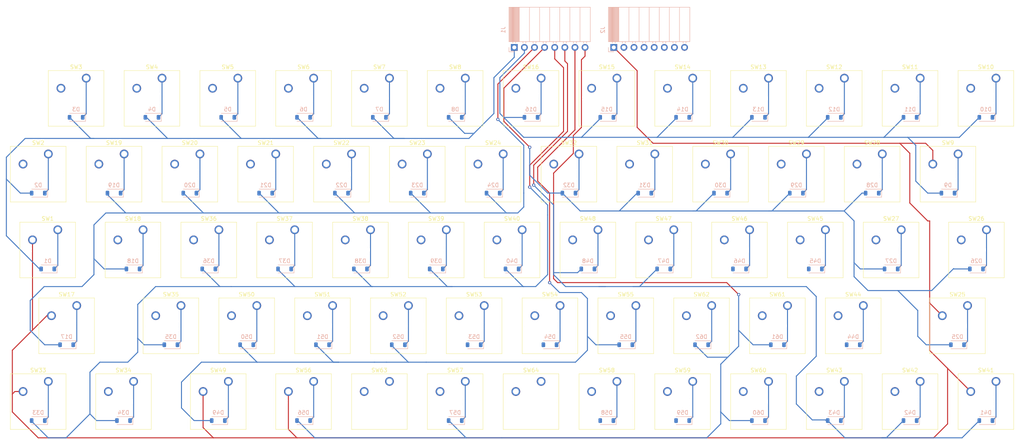
<source format=kicad_pcb>
(kicad_pcb (version 20221018) (generator pcbnew)

  (general
    (thickness 1.6)
  )

  (paper "A3")
  (layers
    (0 "F.Cu" signal)
    (31 "B.Cu" signal)
    (32 "B.Adhes" user "B.Adhesive")
    (33 "F.Adhes" user "F.Adhesive")
    (34 "B.Paste" user)
    (35 "F.Paste" user)
    (36 "B.SilkS" user "B.Silkscreen")
    (37 "F.SilkS" user "F.Silkscreen")
    (38 "B.Mask" user)
    (39 "F.Mask" user)
    (40 "Dwgs.User" user "User.Drawings")
    (41 "Cmts.User" user "User.Comments")
    (42 "Eco1.User" user "User.Eco1")
    (43 "Eco2.User" user "User.Eco2")
    (44 "Edge.Cuts" user)
    (45 "Margin" user)
    (46 "B.CrtYd" user "B.Courtyard")
    (47 "F.CrtYd" user "F.Courtyard")
    (48 "B.Fab" user)
    (49 "F.Fab" user)
    (50 "User.1" user)
    (51 "User.2" user)
    (52 "User.3" user)
    (53 "User.4" user)
    (54 "User.5" user)
    (55 "User.6" user)
    (56 "User.7" user)
    (57 "User.8" user)
    (58 "User.9" user)
  )

  (setup
    (pad_to_mask_clearance 0)
    (pcbplotparams
      (layerselection 0x00010fc_ffffffff)
      (plot_on_all_layers_selection 0x0000000_00000000)
      (disableapertmacros false)
      (usegerberextensions false)
      (usegerberattributes true)
      (usegerberadvancedattributes true)
      (creategerberjobfile true)
      (dashed_line_dash_ratio 12.000000)
      (dashed_line_gap_ratio 3.000000)
      (svgprecision 4)
      (plotframeref false)
      (viasonmask false)
      (mode 1)
      (useauxorigin false)
      (hpglpennumber 1)
      (hpglpenspeed 20)
      (hpglpendiameter 15.000000)
      (dxfpolygonmode true)
      (dxfimperialunits true)
      (dxfusepcbnewfont true)
      (psnegative false)
      (psa4output false)
      (plotreference true)
      (plotvalue true)
      (plotinvisibletext false)
      (sketchpadsonfab false)
      (subtractmaskfromsilk false)
      (outputformat 1)
      (mirror false)
      (drillshape 1)
      (scaleselection 1)
      (outputdirectory "")
    )
  )

  (net 0 "")
  (net 1 "Net-(D1-K)")
  (net 2 "Net-(D1-A)")
  (net 3 "Net-(D2-K)")
  (net 4 "Net-(D3-K)")
  (net 5 "Net-(D4-K)")
  (net 6 "Net-(D5-K)")
  (net 7 "Net-(D6-K)")
  (net 8 "Net-(D7-K)")
  (net 9 "Net-(D8-K)")
  (net 10 "Net-(D9-K)")
  (net 11 "Net-(D10-A)")
  (net 12 "Net-(D10-K)")
  (net 13 "Net-(D11-K)")
  (net 14 "Net-(D12-K)")
  (net 15 "Net-(D13-K)")
  (net 16 "Net-(D14-K)")
  (net 17 "Net-(D15-K)")
  (net 18 "Net-(D16-K)")
  (net 19 "Net-(D17-K)")
  (net 20 "Net-(D17-A)")
  (net 21 "Net-(D18-K)")
  (net 22 "Net-(D19-K)")
  (net 23 "Net-(D20-K)")
  (net 24 "Net-(D21-K)")
  (net 25 "Net-(D22-K)")
  (net 26 "Net-(D23-K)")
  (net 27 "Net-(D24-K)")
  (net 28 "Net-(D25-K)")
  (net 29 "Net-(D25-A)")
  (net 30 "Net-(D26-K)")
  (net 31 "Net-(D27-K)")
  (net 32 "Net-(D28-K)")
  (net 33 "Net-(D29-K)")
  (net 34 "Net-(D30-K)")
  (net 35 "Net-(D31-K)")
  (net 36 "Net-(D32-K)")
  (net 37 "Net-(D33-K)")
  (net 38 "Net-(D33-A)")
  (net 39 "Net-(D34-K)")
  (net 40 "Net-(D35-K)")
  (net 41 "Net-(D36-K)")
  (net 42 "Net-(D37-K)")
  (net 43 "Net-(D38-K)")
  (net 44 "Net-(D39-K)")
  (net 45 "Net-(D40-K)")
  (net 46 "Net-(D41-K)")
  (net 47 "Net-(D41-A)")
  (net 48 "Net-(D42-K)")
  (net 49 "Net-(D43-K)")
  (net 50 "Net-(D44-K)")
  (net 51 "Net-(D45-K)")
  (net 52 "Net-(D46-K)")
  (net 53 "Net-(D47-K)")
  (net 54 "Net-(D48-K)")
  (net 55 "Net-(D49-K)")
  (net 56 "Net-(D49-A)")
  (net 57 "Net-(D50-K)")
  (net 58 "Net-(D51-K)")
  (net 59 "Net-(D52-K)")
  (net 60 "Net-(D53-K)")
  (net 61 "Net-(D54-K)")
  (net 62 "Net-(D55-K)")
  (net 63 "Net-(D56-K)")
  (net 64 "Net-(D56-A)")
  (net 65 "Net-(D57-K)")
  (net 66 "Net-(D58-K)")
  (net 67 "Net-(D59-K)")
  (net 68 "Net-(D60-K)")
  (net 69 "Net-(D61-K)")
  (net 70 "Net-(D62-K)")
  (net 71 "Net-(J2-Pin_1)")
  (net 72 "Net-(J2-Pin_2)")
  (net 73 "Net-(J2-Pin_3)")
  (net 74 "Net-(J2-Pin_4)")
  (net 75 "Net-(J2-Pin_5)")
  (net 76 "Net-(J2-Pin_6)")
  (net 77 "Net-(J2-Pin_7)")
  (net 78 "Net-(J2-Pin_8)")
  (net 79 "unconnected-(SW63-Pad1)")
  (net 80 "unconnected-(SW63-Pad2)")
  (net 81 "unconnected-(SW64-Pad1)")
  (net 82 "unconnected-(SW64-Pad2)")

  (footprint "Button_Switch_Keyboard:SW_Cherry_MX_1.00u_PCB" (layer "F.Cu") (at 205.26375 197.32625))

  (footprint "Button_Switch_Keyboard:SW_Cherry_MX_1.25u_PCB" (layer "F.Cu") (at 140.97 197.32625))

  (footprint "Button_Switch_Keyboard:SW_Cherry_MX_1.00u_PCB" (layer "F.Cu") (at 333.85125 159.22625))

  (footprint "Button_Switch_Keyboard:SW_Cherry_MX_1.75u_PCB" (layer "F.Cu") (at 350.52 178.27625))

  (footprint "Button_Switch_Keyboard:SW_Cherry_MX_1.00u_PCB" (layer "F.Cu") (at 243.36375 197.32625))

  (footprint "Button_Switch_Keyboard:SW_Cherry_MX_1.00u_PCB" (layer "F.Cu") (at 229.07625 178.27625))

  (footprint "Button_Switch_Keyboard:SW_Cherry_MX_1.00u_PCB" (layer "F.Cu") (at 214.78875 140.17625))

  (footprint "Button_Switch_Keyboard:SW_Cherry_MX_1.00u_PCB" (layer "F.Cu") (at 157.63875 140.17625))

  (footprint "Button_Switch_Keyboard:SW_Cherry_MX_1.00u_PCB" (layer "F.Cu") (at 167.16375 121.12625))

  (footprint "Button_Switch_Keyboard:SW_Cherry_MX_1.00u_PCB" (layer "F.Cu") (at 276.70125 159.22625))

  (footprint "Button_Switch_Keyboard:SW_Cherry_MX_1.00u_PCB" (layer "F.Cu") (at 286.22625 178.27625))

  (footprint "Button_Switch_Keyboard:SW_Cherry_MX_1.00u_PCB" (layer "F.Cu") (at 262.41375 197.32625))

  (footprint "Button_Switch_Keyboard:SW_Cherry_MX_1.00u_PCB" (layer "F.Cu") (at 252.88875 140.17625))

  (footprint "Button_Switch_Keyboard:SW_Cherry_MX_1.75u_PCB" (layer "F.Cu") (at 126.6825 178.27625))

  (footprint "Button_Switch_Keyboard:SW_Cherry_MX_1.00u_PCB" (layer "F.Cu") (at 248.12625 178.27625))

  (footprint "Button_Switch_Keyboard:SW_Cherry_MX_1.00u_PCB" (layer "F.Cu") (at 181.45125 159.22625))

  (footprint "Button_Switch_Keyboard:SW_Cherry_MX_1.25u_PCB" (layer "F.Cu") (at 355.2825 159.22625))

  (footprint "Button_Switch_Keyboard:SW_Cherry_MX_1.00u_PCB" (layer "F.Cu") (at 310.03875 140.17625))

  (footprint "Button_Switch_Keyboard:SW_Cherry_MX_1.00u_PCB" (layer "F.Cu") (at 233.83875 140.17625))

  (footprint "Button_Switch_Keyboard:SW_Cherry_MX_1.00u_PCB" (layer "F.Cu") (at 324.32625 178.27625))

  (footprint "Button_Switch_Keyboard:SW_Cherry_MX_1.00u_PCB" (layer "F.Cu") (at 143.35125 159.22625))

  (footprint "Button_Switch_Keyboard:SW_Cherry_MX_1.00u_PCB" (layer "F.Cu") (at 238.60125 159.22625))

  (footprint "Button_Switch_Keyboard:SW_Cherry_MX_1.00u_PCB" (layer "F.Cu") (at 210.02625 178.27625))

  (footprint "Button_Switch_Keyboard:SW_Cherry_MX_1.00u_PCB" (layer "F.Cu") (at 171.92625 178.27625))

  (footprint "Button_Switch_Keyboard:SW_Cherry_MX_1.00u_PCB" (layer "F.Cu") (at 319.56375 121.12625))

  (footprint "Button_Switch_Keyboard:SW_Cherry_MX_1.00u_PCB" (layer "F.Cu") (at 186.21375 121.12625))

  (footprint "Button_Switch_Keyboard:SW_Cherry_MX_1.00u_PCB" (layer "F.Cu") (at 357.66375 197.32625))

  (footprint "Button_Switch_Keyboard:SW_Cherry_MX_1.00u_PCB" (layer "F.Cu") (at 224.31375 121.12625))

  (footprint "Button_Switch_Keyboard:SW_Cherry_MX_1.00u_PCB" (layer "F.Cu") (at 205.26375 121.12625))

  (footprint "Button_Switch_Keyboard:SW_Cherry_MX_1.00u_PCB" (layer "F.Cu") (at 119.53875 140.17625))

  (footprint "Button_Switch_Keyboard:SW_Cherry_MX_1.00u_PCB" (layer "F.Cu") (at 267.17625 178.27625))

  (footprint "Button_Switch_Keyboard:SW_Cherry_MX_1.00u_PCB" (layer "F.Cu") (at 290.98875 140.17625))

  (footprint "Button_Switch_Keyboard:SW_Cherry_MX_1.00u_PCB" (layer "F.Cu") (at 129.06375 121.12625))

  (footprint "Button_Switch_Keyboard:SW_Cherry_MX_1.00u_PCB" (layer "F.Cu") (at 319.56375 197.32625))

  (footprint "Button_Switch_Keyboard:SW_Cherry_MX_1.00u_PCB" (layer "F.Cu") (at 300.51375 197.32625))

  (footprint "Button_Switch_Keyboard:SW_Cherry_MX_1.00u_PCB" (layer "F.Cu") (at 271.93875 140.17625))

  (footprint "Button_Switch_Keyboard:SW_Cherry_MX_1.00u_PCB" (layer "F.Cu") (at 314.80125 159.22625))

  (footprint "Button_Switch_Keyboard:SW_Cherry_MX_1.00u_PCB" (layer "F.Cu") (at 348.13875 140.17625))

  (footprint "Button_Switch_Keyboard:SW_Cherry_MX_1.00u_PCB" (layer "F.Cu") (at 257.65125 159.22625))

  (footprint "Button_Switch_Keyboard:SW_Cherry_MX_1.00u_PCB" (layer "F.Cu") (at 300.51375 121.12625))

  (footprint "Button_Switch_Keyboard:SW_Cherry_MX_1.00u_PCB" (layer "F.Cu") (at 186.21375 197.32625))

  (footprint "Button_Switch_Keyboard:SW_Cherry_MX_1.25u_PCB" (layer "F.Cu")
    (tstamp a18bf5f9-e788-40ba-a91b-8b2efda1b6be)
    (at 121.92 159.22625)
    (descr "Cherry MX keyswitch, 1.25u, PCB mount, http://cherryamericas.com/wp-content/uploads/2014/12/mx_cat.pdf")
    (tags "Cherry MX keyswitch 1.25u PCB")
    (property "Sheetfile" "xantronix-z32.kicad_sch")
    (property "Sheetname" "")
    (property "ki_description" "Push button switch, generic, two pins")
    (property "ki_keywords" "switch normally-open pushbutton push-button")
    (path "/e76b9ee1-537d-4bb2-9fff-78ac2d601e07")
    (attr through_hole)
    (fp_text reference "SW1" (at -2.54 -2.794) (layer "F.SilkS")
        (effects (font (size 1 1) (thickness 0.15)))
      (tstamp 988b5319-14e2-4359-ac6a-47497a8c684a)
    )
    (fp_text value "SW_Push" (at -2.54 12.954) (layer "F.Fab")
        (effects (font (size 1 1) (thickness 0.15)))
      (tstamp c92f2bee-9db2-41b7-b81e-c0d25e6d89fc)
    )
    (fp_text user "${REFERENCE}" (at -2.54 -2.794) (layer "F.Fab")
        (effects (font (size 1 1) (thickness 0.15)))
      (tstamp 96fcb291-c433-4814-a3cf-a51eefbe09fd)
    )
    (fp_line (start -9.525 -1.905) (end 4.445 -1.905)
      (stroke (width 0.12) (type solid)) (layer "F.SilkS") (tstamp ea20c24e-61ef-41f6-88e3-7b6c070ddc32))
    (fp_line (start -9.525 12.065) (end -9.525 -1.905)
      (stroke (width 0.12) (type solid)) (layer "F.SilkS") (tstamp 5fa4a84d-75ae-4d2d-ad9e-48ce7698578c))
    (fp_line (start 4.445 -1.905) (end 4.445 12.065)
      (stroke (width 0.12) (type solid)) (layer "F.SilkS") (tstamp 66253bf2-e5b4-427d-8b4a-3b8b468bbcec))
    (fp_line (start 4.445 12.065) (end -9.525 12.065)
      (stroke (width 0.12) (type solid)) (layer "F.SilkS") (tstamp 9312d933-0465-43c2-a620-93c215eef9e7))
    (fp_line (start -14.44625 -4.445) (end 9.36625 -4.445)
      (stroke (width 0.15) (type solid)) (layer "Dwgs.User") (tstamp 7d01491d-09be-4a67-bcf0-116981247fee))
    (fp_line (start -14.44625 14.605) (end -14.44625 -4.445)
      (stroke (width 0.15) (type solid)) (layer "Dwgs.User") (tstamp e12cde89-d355-4d0b-9b41-59df053b810f))
    (fp_line (start 9.36625 -4.445) (end 9.36625 14.605)
      (stroke (width 0.15) (type solid)) (layer "Dwgs.User") (tstamp fff3cb0e-84d3-452d-b8d2-cb9899878e97))
    (fp_line (start 9.36625 14.605) (end -14.44625 14.605)
      (stroke (width 0.15) (type solid)) (layer "Dwgs.User") (tstamp 83232cba-482f-4edd
... [469560 chars truncated]
</source>
